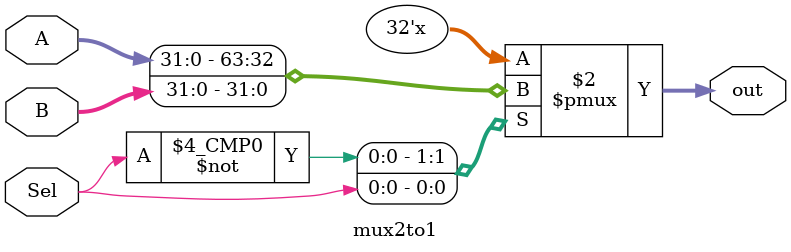
<source format=v>
`timescale 1ns / 1ps

module mux2to1 #(parameter N = 32)( input [N-1:0] A , B , 		// N bit inputs
												input Sel,						// Select - Line
												output reg [N-1:0] out);   // N bit output
								
always @* begin

	case(Sel)
		0: out <= A;        // Either pass A or B
		1: out <= B;
		default: out <= 0;
	endcase
	
end								

endmodule

</source>
